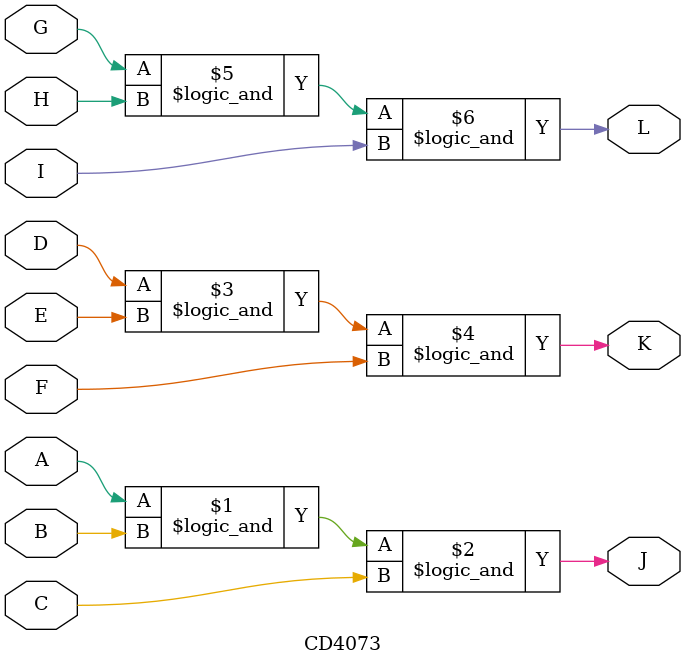
<source format=v>
module CD4073(
    input A, B, C,
    input D, E, F,
    input G, H, I,
    output J,
    output K,
    output L
    );
    
    assign J = A && B && C;
    assign K = D && E && F;
    assign L = G && H && I;
    
endmodule

</source>
